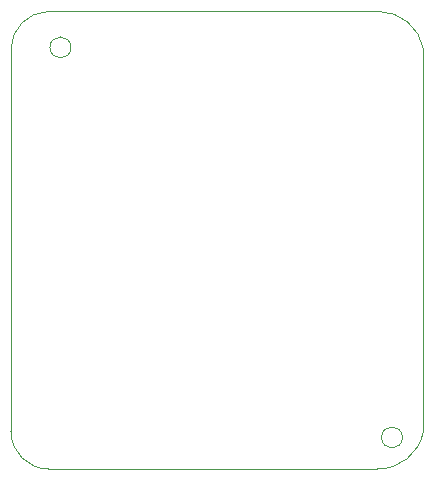
<source format=gbr>
%TF.GenerationSoftware,KiCad,Pcbnew,(6.0.7)*%
%TF.CreationDate,2022-11-10T23:08:22-08:00*%
%TF.ProjectId,memsbreakout_w50,6d656d73-6272-4656-916b-6f75745f7735,0*%
%TF.SameCoordinates,Original*%
%TF.FileFunction,Profile,NP*%
%FSLAX46Y46*%
G04 Gerber Fmt 4.6, Leading zero omitted, Abs format (unit mm)*
G04 Created by KiCad (PCBNEW (6.0.7)) date 2022-11-10 23:08:22*
%MOMM*%
%LPD*%
G01*
G04 APERTURE LIST*
%TA.AperFunction,Profile*%
%ADD10C,0.100000*%
%TD*%
G04 APERTURE END LIST*
D10*
X168402000Y-117094000D02*
G75*
G03*
X168402000Y-117094000I-889000J0D01*
G01*
X140335000Y-84074000D02*
G75*
G03*
X140335000Y-84074000I-889000J0D01*
G01*
X170180000Y-116586000D02*
X170180000Y-84201000D01*
X138430000Y-81026000D02*
G75*
G03*
X135255000Y-84201000I55800J-3230800D01*
G01*
X170180000Y-84201000D02*
G75*
G03*
X166370000Y-81026000I-3809551J-697961D01*
G01*
X166370000Y-81026000D02*
X138430000Y-81026000D01*
X166243000Y-119761000D02*
G75*
G03*
X170180000Y-116586000I118629J3881340D01*
G01*
X138430000Y-119761000D02*
X166243000Y-119761000D01*
X135255000Y-84201000D02*
X135255000Y-116586000D01*
X135255000Y-116586000D02*
G75*
G03*
X138430000Y-119761000I3175000J0D01*
G01*
M02*

</source>
